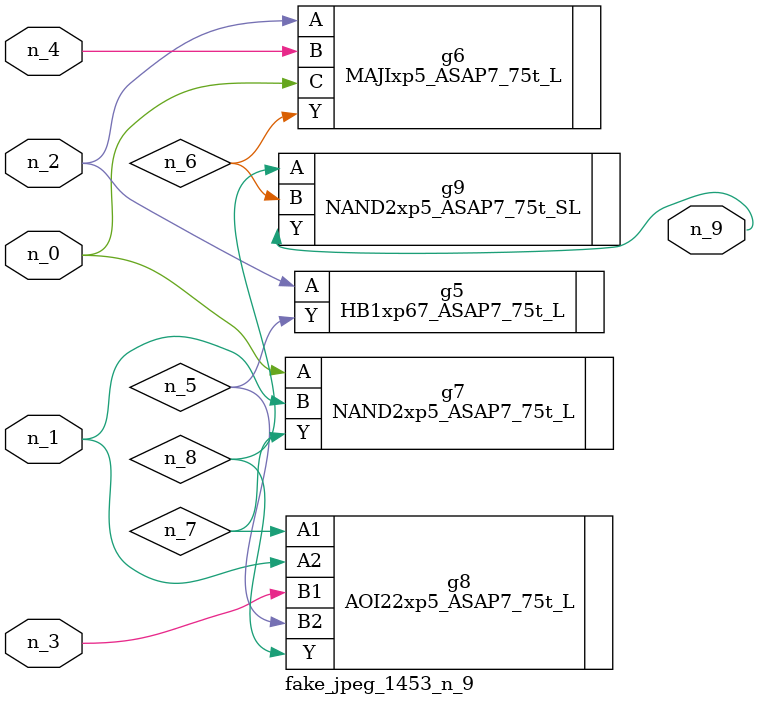
<source format=v>
module fake_jpeg_1453_n_9 (n_3, n_2, n_1, n_0, n_4, n_9);

input n_3;
input n_2;
input n_1;
input n_0;
input n_4;

output n_9;

wire n_8;
wire n_6;
wire n_5;
wire n_7;

HB1xp67_ASAP7_75t_L g5 ( 
.A(n_2),
.Y(n_5)
);

MAJIxp5_ASAP7_75t_L g6 ( 
.A(n_2),
.B(n_4),
.C(n_0),
.Y(n_6)
);

NAND2xp5_ASAP7_75t_L g7 ( 
.A(n_0),
.B(n_1),
.Y(n_7)
);

AOI22xp5_ASAP7_75t_L g8 ( 
.A1(n_7),
.A2(n_1),
.B1(n_3),
.B2(n_5),
.Y(n_8)
);

NAND2xp5_ASAP7_75t_SL g9 ( 
.A(n_8),
.B(n_6),
.Y(n_9)
);


endmodule
</source>
